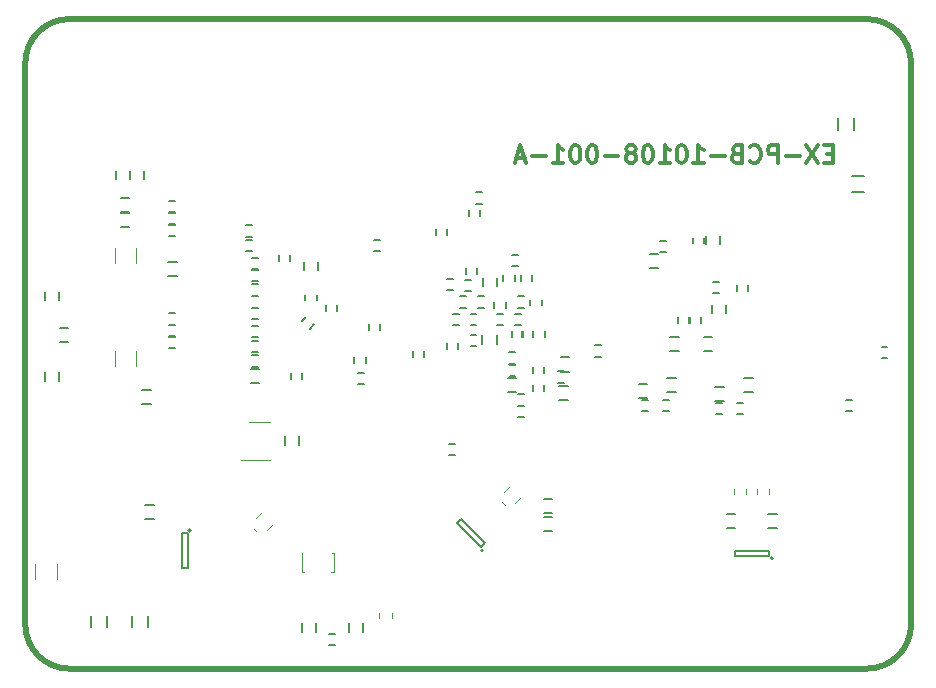
<source format=gbr>
%TF.GenerationSoftware,KiCad,Pcbnew,(5.1.10-1-10_14)*%
%TF.CreationDate,2021-07-27T15:44:47+02:00*%
%TF.ProjectId,EX-PCB-10108-001,45582d50-4342-42d3-9130-3130382d3030,A*%
%TF.SameCoordinates,Original*%
%TF.FileFunction,Legend,Bot*%
%TF.FilePolarity,Positive*%
%FSLAX46Y46*%
G04 Gerber Fmt 4.6, Leading zero omitted, Abs format (unit mm)*
G04 Created by KiCad (PCBNEW (5.1.10-1-10_14)) date 2021-07-27 15:44:47*
%MOMM*%
%LPD*%
G01*
G04 APERTURE LIST*
%ADD10C,0.300000*%
%TA.AperFunction,Profile*%
%ADD11C,0.500000*%
%TD*%
%ADD12C,0.150000*%
%ADD13C,0.100000*%
%ADD14C,0.120000*%
G04 APERTURE END LIST*
D10*
X114807142Y-92892857D02*
X114307142Y-92892857D01*
X114092857Y-93678571D02*
X114807142Y-93678571D01*
X114807142Y-92178571D01*
X114092857Y-92178571D01*
X113592857Y-92178571D02*
X112592857Y-93678571D01*
X112592857Y-92178571D02*
X113592857Y-93678571D01*
X112021428Y-93107142D02*
X110878571Y-93107142D01*
X110164285Y-93678571D02*
X110164285Y-92178571D01*
X109592857Y-92178571D01*
X109450000Y-92250000D01*
X109378571Y-92321428D01*
X109307142Y-92464285D01*
X109307142Y-92678571D01*
X109378571Y-92821428D01*
X109450000Y-92892857D01*
X109592857Y-92964285D01*
X110164285Y-92964285D01*
X107807142Y-93535714D02*
X107878571Y-93607142D01*
X108092857Y-93678571D01*
X108235714Y-93678571D01*
X108450000Y-93607142D01*
X108592857Y-93464285D01*
X108664285Y-93321428D01*
X108735714Y-93035714D01*
X108735714Y-92821428D01*
X108664285Y-92535714D01*
X108592857Y-92392857D01*
X108450000Y-92250000D01*
X108235714Y-92178571D01*
X108092857Y-92178571D01*
X107878571Y-92250000D01*
X107807142Y-92321428D01*
X106664285Y-92892857D02*
X106450000Y-92964285D01*
X106378571Y-93035714D01*
X106307142Y-93178571D01*
X106307142Y-93392857D01*
X106378571Y-93535714D01*
X106450000Y-93607142D01*
X106592857Y-93678571D01*
X107164285Y-93678571D01*
X107164285Y-92178571D01*
X106664285Y-92178571D01*
X106521428Y-92250000D01*
X106450000Y-92321428D01*
X106378571Y-92464285D01*
X106378571Y-92607142D01*
X106450000Y-92750000D01*
X106521428Y-92821428D01*
X106664285Y-92892857D01*
X107164285Y-92892857D01*
X105664285Y-93107142D02*
X104521428Y-93107142D01*
X103021428Y-93678571D02*
X103878571Y-93678571D01*
X103449999Y-93678571D02*
X103449999Y-92178571D01*
X103592857Y-92392857D01*
X103735714Y-92535714D01*
X103878571Y-92607142D01*
X102092857Y-92178571D02*
X101949999Y-92178571D01*
X101807142Y-92250000D01*
X101735714Y-92321428D01*
X101664285Y-92464285D01*
X101592857Y-92750000D01*
X101592857Y-93107142D01*
X101664285Y-93392857D01*
X101735714Y-93535714D01*
X101807142Y-93607142D01*
X101949999Y-93678571D01*
X102092857Y-93678571D01*
X102235714Y-93607142D01*
X102307142Y-93535714D01*
X102378571Y-93392857D01*
X102449999Y-93107142D01*
X102449999Y-92750000D01*
X102378571Y-92464285D01*
X102307142Y-92321428D01*
X102235714Y-92250000D01*
X102092857Y-92178571D01*
X100164285Y-93678571D02*
X101021428Y-93678571D01*
X100592857Y-93678571D02*
X100592857Y-92178571D01*
X100735714Y-92392857D01*
X100878571Y-92535714D01*
X101021428Y-92607142D01*
X99235714Y-92178571D02*
X99092857Y-92178571D01*
X98949999Y-92250000D01*
X98878571Y-92321428D01*
X98807142Y-92464285D01*
X98735714Y-92750000D01*
X98735714Y-93107142D01*
X98807142Y-93392857D01*
X98878571Y-93535714D01*
X98949999Y-93607142D01*
X99092857Y-93678571D01*
X99235714Y-93678571D01*
X99378571Y-93607142D01*
X99449999Y-93535714D01*
X99521428Y-93392857D01*
X99592857Y-93107142D01*
X99592857Y-92750000D01*
X99521428Y-92464285D01*
X99449999Y-92321428D01*
X99378571Y-92250000D01*
X99235714Y-92178571D01*
X97878571Y-92821428D02*
X98021428Y-92750000D01*
X98092857Y-92678571D01*
X98164285Y-92535714D01*
X98164285Y-92464285D01*
X98092857Y-92321428D01*
X98021428Y-92250000D01*
X97878571Y-92178571D01*
X97592857Y-92178571D01*
X97449999Y-92250000D01*
X97378571Y-92321428D01*
X97307142Y-92464285D01*
X97307142Y-92535714D01*
X97378571Y-92678571D01*
X97449999Y-92750000D01*
X97592857Y-92821428D01*
X97878571Y-92821428D01*
X98021428Y-92892857D01*
X98092857Y-92964285D01*
X98164285Y-93107142D01*
X98164285Y-93392857D01*
X98092857Y-93535714D01*
X98021428Y-93607142D01*
X97878571Y-93678571D01*
X97592857Y-93678571D01*
X97449999Y-93607142D01*
X97378571Y-93535714D01*
X97307142Y-93392857D01*
X97307142Y-93107142D01*
X97378571Y-92964285D01*
X97449999Y-92892857D01*
X97592857Y-92821428D01*
X96664285Y-93107142D02*
X95521428Y-93107142D01*
X94521428Y-92178571D02*
X94378571Y-92178571D01*
X94235714Y-92250000D01*
X94164285Y-92321428D01*
X94092857Y-92464285D01*
X94021428Y-92750000D01*
X94021428Y-93107142D01*
X94092857Y-93392857D01*
X94164285Y-93535714D01*
X94235714Y-93607142D01*
X94378571Y-93678571D01*
X94521428Y-93678571D01*
X94664285Y-93607142D01*
X94735714Y-93535714D01*
X94807142Y-93392857D01*
X94878571Y-93107142D01*
X94878571Y-92750000D01*
X94807142Y-92464285D01*
X94735714Y-92321428D01*
X94664285Y-92250000D01*
X94521428Y-92178571D01*
X93092857Y-92178571D02*
X92949999Y-92178571D01*
X92807142Y-92250000D01*
X92735714Y-92321428D01*
X92664285Y-92464285D01*
X92592857Y-92750000D01*
X92592857Y-93107142D01*
X92664285Y-93392857D01*
X92735714Y-93535714D01*
X92807142Y-93607142D01*
X92949999Y-93678571D01*
X93092857Y-93678571D01*
X93235714Y-93607142D01*
X93307142Y-93535714D01*
X93378571Y-93392857D01*
X93449999Y-93107142D01*
X93449999Y-92750000D01*
X93378571Y-92464285D01*
X93307142Y-92321428D01*
X93235714Y-92250000D01*
X93092857Y-92178571D01*
X91164285Y-93678571D02*
X92021428Y-93678571D01*
X91592857Y-93678571D02*
X91592857Y-92178571D01*
X91735714Y-92392857D01*
X91878571Y-92535714D01*
X92021428Y-92607142D01*
X90521428Y-93107142D02*
X89378571Y-93107142D01*
X88735714Y-93250000D02*
X88021428Y-93250000D01*
X88878571Y-93678571D02*
X88378571Y-92178571D01*
X87878571Y-93678571D01*
D11*
X117700000Y-81500000D02*
G75*
G02*
X121450000Y-85250000I0J-3750000D01*
G01*
X46450000Y-85250000D02*
G75*
G02*
X50200000Y-81500000I3750000J0D01*
G01*
X50200000Y-136500000D02*
G75*
G02*
X46450000Y-132750000I0J3750000D01*
G01*
X121450000Y-132750000D02*
G75*
G02*
X117700000Y-136500000I-3750000J0D01*
G01*
X46450000Y-85250000D02*
X46450000Y-132750000D01*
X117700000Y-136500000D02*
X50200000Y-136500000D01*
X117700000Y-81500000D02*
X50200000Y-81500000D01*
X121450000Y-85250000D02*
X121450000Y-132750000D01*
D12*
X102975000Y-100500000D02*
X102975000Y-100000000D01*
X103925000Y-100000000D02*
X103925000Y-100500000D01*
X101725000Y-107250000D02*
X101725000Y-106750000D01*
X102675000Y-106750000D02*
X102675000Y-107250000D01*
X105200000Y-104725000D02*
X104700000Y-104725000D01*
X104700000Y-103775000D02*
X105200000Y-103775000D01*
X102725000Y-107250000D02*
X102725000Y-106750000D01*
X103675000Y-106750000D02*
X103675000Y-107250000D01*
X119450000Y-110225000D02*
X118950000Y-110225000D01*
X118950000Y-109275000D02*
X119450000Y-109275000D01*
X116450000Y-114725000D02*
X115950000Y-114725000D01*
X115950000Y-113775000D02*
X116450000Y-113775000D01*
X99325000Y-102600000D02*
X100025000Y-102600000D01*
X100025000Y-101400000D02*
X99325000Y-101400000D01*
X100200000Y-100275000D02*
X100700000Y-100275000D01*
X100700000Y-101225000D02*
X100200000Y-101225000D01*
X104100000Y-99875000D02*
X104100000Y-100575000D01*
X105300000Y-100575000D02*
X105300000Y-99875000D01*
X101075000Y-109600000D02*
X101775000Y-109600000D01*
X101775000Y-108400000D02*
X101075000Y-108400000D01*
X105800000Y-106375000D02*
X105800000Y-105675000D01*
X104600000Y-105675000D02*
X104600000Y-106375000D01*
X104575000Y-108400000D02*
X103875000Y-108400000D01*
X103875000Y-109600000D02*
X104575000Y-109600000D01*
X88200000Y-113275000D02*
X88700000Y-113275000D01*
X88700000Y-114225000D02*
X88200000Y-114225000D01*
X88150000Y-114275000D02*
X88650000Y-114275000D01*
X88650000Y-115225000D02*
X88150000Y-115225000D01*
X87450000Y-110775000D02*
X87950000Y-110775000D01*
X87950000Y-111725000D02*
X87450000Y-111725000D01*
X89225000Y-105750000D02*
X89225000Y-105250000D01*
X90175000Y-105250000D02*
X90175000Y-105750000D01*
X107675000Y-104000000D02*
X107675000Y-104500000D01*
X106725000Y-104500000D02*
X106725000Y-104000000D01*
D13*
X69850000Y-128300000D02*
X70030000Y-128300000D01*
X72380000Y-126710000D02*
X72550000Y-126710000D01*
X72370000Y-128290000D02*
X72550000Y-128290000D01*
X69850000Y-128300000D02*
X69850000Y-126700000D01*
X72550000Y-128290000D02*
X72550000Y-126710000D01*
D12*
X56875000Y-133000000D02*
X56875000Y-132000000D01*
X55525000Y-132000000D02*
X55525000Y-133000000D01*
X53375000Y-133000000D02*
X53375000Y-132000000D01*
X52025000Y-132000000D02*
X52025000Y-133000000D01*
X116625000Y-90900000D02*
X116625000Y-89900000D01*
X115275000Y-89900000D02*
X115275000Y-90900000D01*
X116450000Y-96175000D02*
X117450000Y-96175000D01*
X117450000Y-94825000D02*
X116450000Y-94825000D01*
X100450000Y-113775000D02*
X100950000Y-113775000D01*
X100950000Y-114725000D02*
X100450000Y-114725000D01*
X98700000Y-113775000D02*
X99200000Y-113775000D01*
X99200000Y-114725000D02*
X98700000Y-114725000D01*
X106700000Y-114025000D02*
X107200000Y-114025000D01*
X107200000Y-114975000D02*
X106700000Y-114975000D01*
X104950000Y-114025000D02*
X105450000Y-114025000D01*
X105450000Y-114975000D02*
X104950000Y-114975000D01*
D14*
X107460000Y-121280000D02*
X107460000Y-121720000D01*
X106440000Y-121280000D02*
X106440000Y-121720000D01*
X109460000Y-121280000D02*
X109460000Y-121720000D01*
X108440000Y-121280000D02*
X108440000Y-121720000D01*
X76440000Y-132220000D02*
X76440000Y-131780000D01*
X77460000Y-132220000D02*
X77460000Y-131780000D01*
D13*
X54040000Y-110900000D02*
X54040000Y-109600000D01*
X55860000Y-110900000D02*
X55860000Y-109600000D01*
X54040000Y-102150000D02*
X54040000Y-100850000D01*
X55860000Y-102150000D02*
X55860000Y-100850000D01*
D12*
X57325000Y-122650000D02*
X56625000Y-122650000D01*
X56625000Y-123850000D02*
X57325000Y-123850000D01*
X105825000Y-124600000D02*
X106525000Y-124600000D01*
X106525000Y-123400000D02*
X105825000Y-123400000D01*
X110075000Y-123400000D02*
X109375000Y-123400000D01*
X109375000Y-124600000D02*
X110075000Y-124600000D01*
X87325000Y-113100000D02*
X88025000Y-113100000D01*
X88025000Y-111900000D02*
X87325000Y-111900000D01*
X100825000Y-113100000D02*
X101525000Y-113100000D01*
X101525000Y-111900000D02*
X100825000Y-111900000D01*
X105575000Y-112650000D02*
X104875000Y-112650000D01*
X104875000Y-113850000D02*
X105575000Y-113850000D01*
X75050000Y-133375000D02*
X75050000Y-132675000D01*
X73850000Y-132675000D02*
X73850000Y-133375000D01*
X71050000Y-133375000D02*
X71050000Y-132675000D01*
X69850000Y-132675000D02*
X69850000Y-133375000D01*
X72200000Y-133525000D02*
X72700000Y-133525000D01*
X72700000Y-134475000D02*
X72200000Y-134475000D01*
X107325000Y-113100000D02*
X108025000Y-113100000D01*
X108025000Y-111900000D02*
X107325000Y-111900000D01*
X57075000Y-112900000D02*
X56375000Y-112900000D01*
X56375000Y-114100000D02*
X57075000Y-114100000D01*
X50075000Y-107650000D02*
X49375000Y-107650000D01*
X49375000Y-108850000D02*
X50075000Y-108850000D01*
X91075000Y-122150000D02*
X90375000Y-122150000D01*
X90375000Y-123350000D02*
X91075000Y-123350000D01*
X91075000Y-123650000D02*
X90375000Y-123650000D01*
X90375000Y-124850000D02*
X91075000Y-124850000D01*
X49300000Y-112125000D02*
X49300000Y-111425000D01*
X48100000Y-111425000D02*
X48100000Y-112125000D01*
X99075000Y-112400000D02*
X98375000Y-112400000D01*
X98375000Y-113600000D02*
X99075000Y-113600000D01*
X48100000Y-104625000D02*
X48100000Y-105325000D01*
X49300000Y-105325000D02*
X49300000Y-104625000D01*
X109400000Y-127000000D02*
X106500000Y-127000000D01*
X106500000Y-127000000D02*
X106500000Y-126500000D01*
X106500000Y-126500000D02*
X109400000Y-126500000D01*
X109400000Y-126500000D02*
X109400000Y-127000000D01*
X109750000Y-127150000D02*
G75*
G03*
X109750000Y-127150000I-100000J0D01*
G01*
X60200000Y-125050000D02*
X60200000Y-127950000D01*
X60200000Y-127950000D02*
X59700000Y-127950000D01*
X59700000Y-127950000D02*
X59700000Y-125050000D01*
X59700000Y-125050000D02*
X60200000Y-125050000D01*
X60450000Y-124800000D02*
G75*
G03*
X60450000Y-124800000I-100000J0D01*
G01*
X85048528Y-126202082D02*
X82997918Y-124151472D01*
X82997918Y-124151472D02*
X83351472Y-123797918D01*
X83351472Y-123797918D02*
X85402082Y-125848528D01*
X85402082Y-125848528D02*
X85048528Y-126202082D01*
X85219238Y-126484924D02*
G75*
G03*
X85219238Y-126484924I-99999J0D01*
G01*
D13*
X66452513Y-123257538D02*
X65957538Y-123752513D01*
X67442462Y-124247487D02*
X66947487Y-124742462D01*
X66028249Y-124883883D02*
X65816117Y-124671751D01*
X47290000Y-128900000D02*
X47290000Y-127600000D01*
X49110000Y-128900000D02*
X49110000Y-127600000D01*
X87028249Y-122633883D02*
X86816117Y-122421751D01*
X88442462Y-121997487D02*
X87947487Y-122492462D01*
X87452513Y-121007538D02*
X86957538Y-121502513D01*
D12*
X95225000Y-110075000D02*
X94725000Y-110075000D01*
X94725000Y-109125000D02*
X95225000Y-109125000D01*
X84025000Y-98200000D02*
X84025000Y-97700000D01*
X84975000Y-97700000D02*
X84975000Y-98200000D01*
X84650000Y-96175000D02*
X85150000Y-96175000D01*
X85150000Y-97125000D02*
X84650000Y-97125000D01*
X82175000Y-99250000D02*
X82175000Y-99750000D01*
X81225000Y-99750000D02*
X81225000Y-99250000D01*
X58650000Y-106425000D02*
X59150000Y-106425000D01*
X59150000Y-107375000D02*
X58650000Y-107375000D01*
X58650000Y-97925000D02*
X59150000Y-97925000D01*
X59150000Y-98875000D02*
X58650000Y-98875000D01*
X59150000Y-99875000D02*
X58650000Y-99875000D01*
X58650000Y-98925000D02*
X59150000Y-98925000D01*
X59150000Y-108375000D02*
X58650000Y-108375000D01*
X58650000Y-107425000D02*
X59150000Y-107425000D01*
X59150000Y-97875000D02*
X58650000Y-97875000D01*
X58650000Y-96925000D02*
X59150000Y-96925000D01*
X55275000Y-96650000D02*
X54575000Y-96650000D01*
X54575000Y-97850000D02*
X55275000Y-97850000D01*
X69650000Y-117525000D02*
X69650000Y-116825000D01*
X68450000Y-116825000D02*
X68450000Y-117525000D01*
D14*
X67200000Y-118810000D02*
X64750000Y-118810000D01*
X65400000Y-115590000D02*
X67200000Y-115590000D01*
D12*
X82800000Y-118425000D02*
X82300000Y-118425000D01*
X82300000Y-117475000D02*
X82800000Y-117475000D01*
X55275000Y-97900000D02*
X54575000Y-97900000D01*
X54575000Y-99100000D02*
X55275000Y-99100000D01*
X59150000Y-109375000D02*
X58650000Y-109375000D01*
X58650000Y-108425000D02*
X59150000Y-108425000D01*
X91675000Y-113750000D02*
X92375000Y-113750000D01*
X92375000Y-112550000D02*
X91675000Y-112550000D01*
X91825000Y-111350000D02*
X92525000Y-111350000D01*
X92525000Y-110150000D02*
X91825000Y-110150000D01*
X58575000Y-103250000D02*
X59275000Y-103250000D01*
X59275000Y-102050000D02*
X58575000Y-102050000D01*
X84675000Y-102550000D02*
X84675000Y-103050000D01*
X83725000Y-103050000D02*
X83725000Y-102550000D01*
X66150000Y-103675000D02*
X65650000Y-103675000D01*
X65650000Y-102725000D02*
X66150000Y-102725000D01*
X66150000Y-104925000D02*
X65650000Y-104925000D01*
X65650000Y-103975000D02*
X66150000Y-103975000D01*
X71125000Y-104822599D02*
X71125000Y-105322599D01*
X70175000Y-105322599D02*
X70175000Y-104822599D01*
X79275000Y-110100000D02*
X79275000Y-109600000D01*
X80225000Y-109600000D02*
X80225000Y-110100000D01*
X55325000Y-95025000D02*
X55325000Y-94325000D01*
X54125000Y-94325000D02*
X54125000Y-95025000D01*
X56525000Y-95025000D02*
X56525000Y-94325000D01*
X55325000Y-94325000D02*
X55325000Y-95025000D01*
X88150000Y-102425000D02*
X87650000Y-102425000D01*
X87650000Y-101475000D02*
X88150000Y-101475000D01*
X88525000Y-108425000D02*
X88525000Y-107925000D01*
X89475000Y-107925000D02*
X89475000Y-108425000D01*
X82150000Y-103475000D02*
X82650000Y-103475000D01*
X82650000Y-104425000D02*
X82150000Y-104425000D01*
X66150000Y-102675000D02*
X65650000Y-102675000D01*
X65650000Y-101725000D02*
X66150000Y-101725000D01*
X66150000Y-106925000D02*
X65650000Y-106925000D01*
X65650000Y-105975000D02*
X66150000Y-105975000D01*
X66150000Y-108425000D02*
X65650000Y-108425000D01*
X65650000Y-107475000D02*
X66150000Y-107475000D01*
X66150000Y-110925000D02*
X65650000Y-110925000D01*
X65650000Y-109975000D02*
X66150000Y-109975000D01*
X68925000Y-111950000D02*
X68925000Y-111450000D01*
X69875000Y-111450000D02*
X69875000Y-111950000D01*
X70912652Y-107359099D02*
X70559099Y-107712652D01*
X69887348Y-107040901D02*
X70240901Y-106687348D01*
X74650000Y-111475000D02*
X75150000Y-111475000D01*
X75150000Y-112425000D02*
X74650000Y-112425000D01*
X74325000Y-110600000D02*
X74325000Y-110100000D01*
X75275000Y-110100000D02*
X75275000Y-110600000D01*
X75950000Y-100175000D02*
X76450000Y-100175000D01*
X76450000Y-101125000D02*
X75950000Y-101125000D01*
X67925000Y-101950000D02*
X67925000Y-101450000D01*
X68875000Y-101450000D02*
X68875000Y-101950000D01*
X71925000Y-106200000D02*
X71925000Y-105700000D01*
X72875000Y-105700000D02*
X72875000Y-106200000D01*
X76525000Y-107300000D02*
X76525000Y-107800000D01*
X75575000Y-107800000D02*
X75575000Y-107300000D01*
X66150000Y-109675000D02*
X65650000Y-109675000D01*
X65650000Y-108725000D02*
X66150000Y-108725000D01*
X71250000Y-102775000D02*
X71250000Y-102075000D01*
X70050000Y-102075000D02*
X70050000Y-102775000D01*
X83300000Y-104975000D02*
X83800000Y-104975000D01*
X83800000Y-105925000D02*
X83300000Y-105925000D01*
X82650000Y-106475000D02*
X83150000Y-106475000D01*
X83150000Y-107425000D02*
X82650000Y-107425000D01*
X83650000Y-103575000D02*
X84150000Y-103575000D01*
X84150000Y-104525000D02*
X83650000Y-104525000D01*
X82175000Y-109450000D02*
X82175000Y-108950000D01*
X83125000Y-108950000D02*
X83125000Y-109450000D01*
X65650000Y-101175000D02*
X65150000Y-101175000D01*
X65150000Y-100225000D02*
X65650000Y-100225000D01*
X65650000Y-99925000D02*
X65150000Y-99925000D01*
X65150000Y-98975000D02*
X65650000Y-98975000D01*
X84150000Y-108225000D02*
X84650000Y-108225000D01*
X84650000Y-109175000D02*
X84150000Y-109175000D01*
X86400000Y-104100000D02*
X86400000Y-103400000D01*
X85200000Y-103400000D02*
X85200000Y-104100000D01*
X88425000Y-103700000D02*
X88425000Y-103200000D01*
X89375000Y-103200000D02*
X89375000Y-103700000D01*
X86925000Y-103700000D02*
X86925000Y-103200000D01*
X87875000Y-103200000D02*
X87875000Y-103700000D01*
X91550000Y-111325000D02*
X92050000Y-111325000D01*
X92050000Y-112275000D02*
X91550000Y-112275000D01*
X85150000Y-108275000D02*
X85150000Y-108975000D01*
X86350000Y-108975000D02*
X86350000Y-108275000D01*
X84750000Y-104975000D02*
X85250000Y-104975000D01*
X85250000Y-105925000D02*
X84750000Y-105925000D01*
X90375000Y-110950000D02*
X90375000Y-111450000D01*
X89425000Y-111450000D02*
X89425000Y-110950000D01*
X87900000Y-106475000D02*
X88400000Y-106475000D01*
X88400000Y-107425000D02*
X87900000Y-107425000D01*
X87675000Y-108450000D02*
X87675000Y-107950000D01*
X88625000Y-107950000D02*
X88625000Y-108450000D01*
X84650000Y-107425000D02*
X84150000Y-107425000D01*
X84150000Y-106475000D02*
X84650000Y-106475000D01*
X90375000Y-112450000D02*
X90375000Y-112950000D01*
X89425000Y-112950000D02*
X89425000Y-112450000D01*
X86900000Y-107425000D02*
X86400000Y-107425000D01*
X86400000Y-106475000D02*
X86900000Y-106475000D01*
X87125000Y-105450000D02*
X87125000Y-105950000D01*
X86175000Y-105950000D02*
X86175000Y-105450000D01*
X89475000Y-108425000D02*
X89475000Y-107925000D01*
X90425000Y-107925000D02*
X90425000Y-108425000D01*
X88150000Y-104975000D02*
X88650000Y-104975000D01*
X88650000Y-105925000D02*
X88150000Y-105925000D01*
X87900000Y-110675000D02*
X87400000Y-110675000D01*
X87400000Y-109725000D02*
X87900000Y-109725000D01*
X66225000Y-111100000D02*
X65525000Y-111100000D01*
X65525000Y-112300000D02*
X66225000Y-112300000D01*
M02*

</source>
